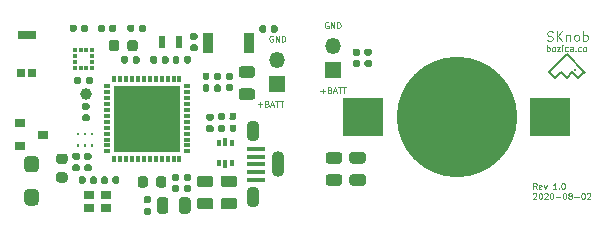
<source format=gbr>
%TF.GenerationSoftware,KiCad,Pcbnew,5.1.6-c6e7f7d~87~ubuntu18.04.1*%
%TF.CreationDate,2020-08-02T20:24:30+02:00*%
%TF.ProjectId,SKnob,534b6e6f-622e-46b6-9963-61645f706362,1.0*%
%TF.SameCoordinates,Original*%
%TF.FileFunction,Soldermask,Top*%
%TF.FilePolarity,Negative*%
%FSLAX46Y46*%
G04 Gerber Fmt 4.6, Leading zero omitted, Abs format (unit mm)*
G04 Created by KiCad (PCBNEW 5.1.6-c6e7f7d~87~ubuntu18.04.1) date 2020-08-02 20:24:30*
%MOMM*%
%LPD*%
G01*
G04 APERTURE LIST*
%ADD10C,0.100000*%
%ADD11C,0.150000*%
%ADD12R,0.600000X1.100000*%
%ADD13R,0.375000X0.500000*%
%ADD14R,0.300000X0.650000*%
%ADD15C,1.000000*%
%ADD16O,1.100000X2.200000*%
%ADD17O,1.100000X1.800000*%
%ADD18R,1.500000X0.450000*%
%ADD19R,0.900000X0.800000*%
%ADD20R,0.650000X0.800000*%
%ADD21R,1.600000X0.800000*%
%ADD22R,1.000000X1.000000*%
%ADD23R,0.304800X0.558800*%
%ADD24R,0.558800X0.304800*%
%ADD25R,5.588000X5.588000*%
%ADD26R,0.900000X1.700000*%
%ADD27R,0.410000X0.350000*%
%ADD28R,0.350000X0.410000*%
%ADD29O,1.350000X1.350000*%
%ADD30R,1.350000X1.350000*%
%ADD31C,10.200000*%
%ADD32R,3.500000X3.300000*%
G04 APERTURE END LIST*
D10*
X147769761Y-86601190D02*
X147603095Y-86363095D01*
X147484047Y-86601190D02*
X147484047Y-86101190D01*
X147674523Y-86101190D01*
X147722142Y-86125000D01*
X147745952Y-86148809D01*
X147769761Y-86196428D01*
X147769761Y-86267857D01*
X147745952Y-86315476D01*
X147722142Y-86339285D01*
X147674523Y-86363095D01*
X147484047Y-86363095D01*
X148174523Y-86577380D02*
X148126904Y-86601190D01*
X148031666Y-86601190D01*
X147984047Y-86577380D01*
X147960238Y-86529761D01*
X147960238Y-86339285D01*
X147984047Y-86291666D01*
X148031666Y-86267857D01*
X148126904Y-86267857D01*
X148174523Y-86291666D01*
X148198333Y-86339285D01*
X148198333Y-86386904D01*
X147960238Y-86434523D01*
X148365000Y-86267857D02*
X148484047Y-86601190D01*
X148603095Y-86267857D01*
X149436428Y-86601190D02*
X149150714Y-86601190D01*
X149293571Y-86601190D02*
X149293571Y-86101190D01*
X149245952Y-86172619D01*
X149198333Y-86220238D01*
X149150714Y-86244047D01*
X149650714Y-86553571D02*
X149674523Y-86577380D01*
X149650714Y-86601190D01*
X149626904Y-86577380D01*
X149650714Y-86553571D01*
X149650714Y-86601190D01*
X149984047Y-86101190D02*
X150031666Y-86101190D01*
X150079285Y-86125000D01*
X150103095Y-86148809D01*
X150126904Y-86196428D01*
X150150714Y-86291666D01*
X150150714Y-86410714D01*
X150126904Y-86505952D01*
X150103095Y-86553571D01*
X150079285Y-86577380D01*
X150031666Y-86601190D01*
X149984047Y-86601190D01*
X149936428Y-86577380D01*
X149912619Y-86553571D01*
X149888809Y-86505952D01*
X149865000Y-86410714D01*
X149865000Y-86291666D01*
X149888809Y-86196428D01*
X149912619Y-86148809D01*
X149936428Y-86125000D01*
X149984047Y-86101190D01*
X147460238Y-86998809D02*
X147484047Y-86975000D01*
X147531666Y-86951190D01*
X147650714Y-86951190D01*
X147698333Y-86975000D01*
X147722142Y-86998809D01*
X147745952Y-87046428D01*
X147745952Y-87094047D01*
X147722142Y-87165476D01*
X147436428Y-87451190D01*
X147745952Y-87451190D01*
X148055476Y-86951190D02*
X148103095Y-86951190D01*
X148150714Y-86975000D01*
X148174523Y-86998809D01*
X148198333Y-87046428D01*
X148222142Y-87141666D01*
X148222142Y-87260714D01*
X148198333Y-87355952D01*
X148174523Y-87403571D01*
X148150714Y-87427380D01*
X148103095Y-87451190D01*
X148055476Y-87451190D01*
X148007857Y-87427380D01*
X147984047Y-87403571D01*
X147960238Y-87355952D01*
X147936428Y-87260714D01*
X147936428Y-87141666D01*
X147960238Y-87046428D01*
X147984047Y-86998809D01*
X148007857Y-86975000D01*
X148055476Y-86951190D01*
X148412619Y-86998809D02*
X148436428Y-86975000D01*
X148484047Y-86951190D01*
X148603095Y-86951190D01*
X148650714Y-86975000D01*
X148674523Y-86998809D01*
X148698333Y-87046428D01*
X148698333Y-87094047D01*
X148674523Y-87165476D01*
X148388809Y-87451190D01*
X148698333Y-87451190D01*
X149007857Y-86951190D02*
X149055476Y-86951190D01*
X149103095Y-86975000D01*
X149126904Y-86998809D01*
X149150714Y-87046428D01*
X149174523Y-87141666D01*
X149174523Y-87260714D01*
X149150714Y-87355952D01*
X149126904Y-87403571D01*
X149103095Y-87427380D01*
X149055476Y-87451190D01*
X149007857Y-87451190D01*
X148960238Y-87427380D01*
X148936428Y-87403571D01*
X148912619Y-87355952D01*
X148888809Y-87260714D01*
X148888809Y-87141666D01*
X148912619Y-87046428D01*
X148936428Y-86998809D01*
X148960238Y-86975000D01*
X149007857Y-86951190D01*
X149388809Y-87260714D02*
X149769761Y-87260714D01*
X150103095Y-86951190D02*
X150150714Y-86951190D01*
X150198333Y-86975000D01*
X150222142Y-86998809D01*
X150245952Y-87046428D01*
X150269761Y-87141666D01*
X150269761Y-87260714D01*
X150245952Y-87355952D01*
X150222142Y-87403571D01*
X150198333Y-87427380D01*
X150150714Y-87451190D01*
X150103095Y-87451190D01*
X150055476Y-87427380D01*
X150031666Y-87403571D01*
X150007857Y-87355952D01*
X149984047Y-87260714D01*
X149984047Y-87141666D01*
X150007857Y-87046428D01*
X150031666Y-86998809D01*
X150055476Y-86975000D01*
X150103095Y-86951190D01*
X150555476Y-87165476D02*
X150507857Y-87141666D01*
X150484047Y-87117857D01*
X150460238Y-87070238D01*
X150460238Y-87046428D01*
X150484047Y-86998809D01*
X150507857Y-86975000D01*
X150555476Y-86951190D01*
X150650714Y-86951190D01*
X150698333Y-86975000D01*
X150722142Y-86998809D01*
X150745952Y-87046428D01*
X150745952Y-87070238D01*
X150722142Y-87117857D01*
X150698333Y-87141666D01*
X150650714Y-87165476D01*
X150555476Y-87165476D01*
X150507857Y-87189285D01*
X150484047Y-87213095D01*
X150460238Y-87260714D01*
X150460238Y-87355952D01*
X150484047Y-87403571D01*
X150507857Y-87427380D01*
X150555476Y-87451190D01*
X150650714Y-87451190D01*
X150698333Y-87427380D01*
X150722142Y-87403571D01*
X150745952Y-87355952D01*
X150745952Y-87260714D01*
X150722142Y-87213095D01*
X150698333Y-87189285D01*
X150650714Y-87165476D01*
X150960238Y-87260714D02*
X151341190Y-87260714D01*
X151674523Y-86951190D02*
X151722142Y-86951190D01*
X151769761Y-86975000D01*
X151793571Y-86998809D01*
X151817380Y-87046428D01*
X151841190Y-87141666D01*
X151841190Y-87260714D01*
X151817380Y-87355952D01*
X151793571Y-87403571D01*
X151769761Y-87427380D01*
X151722142Y-87451190D01*
X151674523Y-87451190D01*
X151626904Y-87427380D01*
X151603095Y-87403571D01*
X151579285Y-87355952D01*
X151555476Y-87260714D01*
X151555476Y-87141666D01*
X151579285Y-87046428D01*
X151603095Y-86998809D01*
X151626904Y-86975000D01*
X151674523Y-86951190D01*
X152031666Y-86998809D02*
X152055476Y-86975000D01*
X152103095Y-86951190D01*
X152222142Y-86951190D01*
X152269761Y-86975000D01*
X152293571Y-86998809D01*
X152317380Y-87046428D01*
X152317380Y-87094047D01*
X152293571Y-87165476D01*
X152007857Y-87451190D01*
X152317380Y-87451190D01*
X148634047Y-74926190D02*
X148634047Y-74426190D01*
X148634047Y-74616666D02*
X148681666Y-74592857D01*
X148776904Y-74592857D01*
X148824523Y-74616666D01*
X148848333Y-74640476D01*
X148872142Y-74688095D01*
X148872142Y-74830952D01*
X148848333Y-74878571D01*
X148824523Y-74902380D01*
X148776904Y-74926190D01*
X148681666Y-74926190D01*
X148634047Y-74902380D01*
X149157857Y-74926190D02*
X149110238Y-74902380D01*
X149086428Y-74878571D01*
X149062619Y-74830952D01*
X149062619Y-74688095D01*
X149086428Y-74640476D01*
X149110238Y-74616666D01*
X149157857Y-74592857D01*
X149229285Y-74592857D01*
X149276904Y-74616666D01*
X149300714Y-74640476D01*
X149324523Y-74688095D01*
X149324523Y-74830952D01*
X149300714Y-74878571D01*
X149276904Y-74902380D01*
X149229285Y-74926190D01*
X149157857Y-74926190D01*
X149491190Y-74592857D02*
X149753095Y-74592857D01*
X149491190Y-74926190D01*
X149753095Y-74926190D01*
X149943571Y-74926190D02*
X149943571Y-74592857D01*
X149943571Y-74426190D02*
X149919761Y-74450000D01*
X149943571Y-74473809D01*
X149967380Y-74450000D01*
X149943571Y-74426190D01*
X149943571Y-74473809D01*
X150395952Y-74902380D02*
X150348333Y-74926190D01*
X150253095Y-74926190D01*
X150205476Y-74902380D01*
X150181666Y-74878571D01*
X150157857Y-74830952D01*
X150157857Y-74688095D01*
X150181666Y-74640476D01*
X150205476Y-74616666D01*
X150253095Y-74592857D01*
X150348333Y-74592857D01*
X150395952Y-74616666D01*
X150824523Y-74926190D02*
X150824523Y-74664285D01*
X150800714Y-74616666D01*
X150753095Y-74592857D01*
X150657857Y-74592857D01*
X150610238Y-74616666D01*
X150824523Y-74902380D02*
X150776904Y-74926190D01*
X150657857Y-74926190D01*
X150610238Y-74902380D01*
X150586428Y-74854761D01*
X150586428Y-74807142D01*
X150610238Y-74759523D01*
X150657857Y-74735714D01*
X150776904Y-74735714D01*
X150824523Y-74711904D01*
X151062619Y-74878571D02*
X151086428Y-74902380D01*
X151062619Y-74926190D01*
X151038809Y-74902380D01*
X151062619Y-74878571D01*
X151062619Y-74926190D01*
X151515000Y-74902380D02*
X151467380Y-74926190D01*
X151372142Y-74926190D01*
X151324523Y-74902380D01*
X151300714Y-74878571D01*
X151276904Y-74830952D01*
X151276904Y-74688095D01*
X151300714Y-74640476D01*
X151324523Y-74616666D01*
X151372142Y-74592857D01*
X151467380Y-74592857D01*
X151515000Y-74616666D01*
X151800714Y-74926190D02*
X151753095Y-74902380D01*
X151729285Y-74878571D01*
X151705476Y-74830952D01*
X151705476Y-74688095D01*
X151729285Y-74640476D01*
X151753095Y-74616666D01*
X151800714Y-74592857D01*
X151872142Y-74592857D01*
X151919761Y-74616666D01*
X151943571Y-74640476D01*
X151967380Y-74688095D01*
X151967380Y-74830952D01*
X151943571Y-74878571D01*
X151919761Y-74902380D01*
X151872142Y-74926190D01*
X151800714Y-74926190D01*
X130119047Y-72500000D02*
X130071428Y-72476190D01*
X130000000Y-72476190D01*
X129928571Y-72500000D01*
X129880952Y-72547619D01*
X129857142Y-72595238D01*
X129833333Y-72690476D01*
X129833333Y-72761904D01*
X129857142Y-72857142D01*
X129880952Y-72904761D01*
X129928571Y-72952380D01*
X130000000Y-72976190D01*
X130047619Y-72976190D01*
X130119047Y-72952380D01*
X130142857Y-72928571D01*
X130142857Y-72761904D01*
X130047619Y-72761904D01*
X130357142Y-72976190D02*
X130357142Y-72476190D01*
X130642857Y-72976190D01*
X130642857Y-72476190D01*
X130880952Y-72976190D02*
X130880952Y-72476190D01*
X131000000Y-72476190D01*
X131071428Y-72500000D01*
X131119047Y-72547619D01*
X131142857Y-72595238D01*
X131166666Y-72690476D01*
X131166666Y-72761904D01*
X131142857Y-72857142D01*
X131119047Y-72904761D01*
X131071428Y-72952380D01*
X131000000Y-72976190D01*
X130880952Y-72976190D01*
X129464285Y-78285714D02*
X129845238Y-78285714D01*
X129654761Y-78476190D02*
X129654761Y-78095238D01*
X130250000Y-78214285D02*
X130321428Y-78238095D01*
X130345238Y-78261904D01*
X130369047Y-78309523D01*
X130369047Y-78380952D01*
X130345238Y-78428571D01*
X130321428Y-78452380D01*
X130273809Y-78476190D01*
X130083333Y-78476190D01*
X130083333Y-77976190D01*
X130250000Y-77976190D01*
X130297619Y-78000000D01*
X130321428Y-78023809D01*
X130345238Y-78071428D01*
X130345238Y-78119047D01*
X130321428Y-78166666D01*
X130297619Y-78190476D01*
X130250000Y-78214285D01*
X130083333Y-78214285D01*
X130559523Y-78333333D02*
X130797619Y-78333333D01*
X130511904Y-78476190D02*
X130678571Y-77976190D01*
X130845238Y-78476190D01*
X130940476Y-77976190D02*
X131226190Y-77976190D01*
X131083333Y-78476190D02*
X131083333Y-77976190D01*
X131321428Y-77976190D02*
X131607142Y-77976190D01*
X131464285Y-78476190D02*
X131464285Y-77976190D01*
X124164285Y-79435714D02*
X124545238Y-79435714D01*
X124354761Y-79626190D02*
X124354761Y-79245238D01*
X124950000Y-79364285D02*
X125021428Y-79388095D01*
X125045238Y-79411904D01*
X125069047Y-79459523D01*
X125069047Y-79530952D01*
X125045238Y-79578571D01*
X125021428Y-79602380D01*
X124973809Y-79626190D01*
X124783333Y-79626190D01*
X124783333Y-79126190D01*
X124950000Y-79126190D01*
X124997619Y-79150000D01*
X125021428Y-79173809D01*
X125045238Y-79221428D01*
X125045238Y-79269047D01*
X125021428Y-79316666D01*
X124997619Y-79340476D01*
X124950000Y-79364285D01*
X124783333Y-79364285D01*
X125259523Y-79483333D02*
X125497619Y-79483333D01*
X125211904Y-79626190D02*
X125378571Y-79126190D01*
X125545238Y-79626190D01*
X125640476Y-79126190D02*
X125926190Y-79126190D01*
X125783333Y-79626190D02*
X125783333Y-79126190D01*
X126021428Y-79126190D02*
X126307142Y-79126190D01*
X126164285Y-79626190D02*
X126164285Y-79126190D01*
X125419047Y-73650000D02*
X125371428Y-73626190D01*
X125300000Y-73626190D01*
X125228571Y-73650000D01*
X125180952Y-73697619D01*
X125157142Y-73745238D01*
X125133333Y-73840476D01*
X125133333Y-73911904D01*
X125157142Y-74007142D01*
X125180952Y-74054761D01*
X125228571Y-74102380D01*
X125300000Y-74126190D01*
X125347619Y-74126190D01*
X125419047Y-74102380D01*
X125442857Y-74078571D01*
X125442857Y-73911904D01*
X125347619Y-73911904D01*
X125657142Y-74126190D02*
X125657142Y-73626190D01*
X125942857Y-74126190D01*
X125942857Y-73626190D01*
X126180952Y-74126190D02*
X126180952Y-73626190D01*
X126300000Y-73626190D01*
X126371428Y-73650000D01*
X126419047Y-73697619D01*
X126442857Y-73745238D01*
X126466666Y-73840476D01*
X126466666Y-73911904D01*
X126442857Y-74007142D01*
X126419047Y-74054761D01*
X126371428Y-74102380D01*
X126300000Y-74126190D01*
X126180952Y-74126190D01*
X148667380Y-74023809D02*
X148781666Y-74061904D01*
X148972142Y-74061904D01*
X149048333Y-74023809D01*
X149086428Y-73985714D01*
X149124523Y-73909523D01*
X149124523Y-73833333D01*
X149086428Y-73757142D01*
X149048333Y-73719047D01*
X148972142Y-73680952D01*
X148819761Y-73642857D01*
X148743571Y-73604761D01*
X148705476Y-73566666D01*
X148667380Y-73490476D01*
X148667380Y-73414285D01*
X148705476Y-73338095D01*
X148743571Y-73300000D01*
X148819761Y-73261904D01*
X149010238Y-73261904D01*
X149124523Y-73300000D01*
X149467380Y-74061904D02*
X149467380Y-73261904D01*
X149924523Y-74061904D02*
X149581666Y-73604761D01*
X149924523Y-73261904D02*
X149467380Y-73719047D01*
X150267380Y-73528571D02*
X150267380Y-74061904D01*
X150267380Y-73604761D02*
X150305476Y-73566666D01*
X150381666Y-73528571D01*
X150495952Y-73528571D01*
X150572142Y-73566666D01*
X150610238Y-73642857D01*
X150610238Y-74061904D01*
X151105476Y-74061904D02*
X151029285Y-74023809D01*
X150991190Y-73985714D01*
X150953095Y-73909523D01*
X150953095Y-73680952D01*
X150991190Y-73604761D01*
X151029285Y-73566666D01*
X151105476Y-73528571D01*
X151219761Y-73528571D01*
X151295952Y-73566666D01*
X151334047Y-73604761D01*
X151372142Y-73680952D01*
X151372142Y-73909523D01*
X151334047Y-73985714D01*
X151295952Y-74023809D01*
X151219761Y-74061904D01*
X151105476Y-74061904D01*
X151715000Y-74061904D02*
X151715000Y-73261904D01*
X151715000Y-73566666D02*
X151791190Y-73528571D01*
X151943571Y-73528571D01*
X152019761Y-73566666D01*
X152057857Y-73604761D01*
X152095952Y-73680952D01*
X152095952Y-73909523D01*
X152057857Y-73985714D01*
X152019761Y-74023809D01*
X151943571Y-74061904D01*
X151791190Y-74061904D01*
X151715000Y-74023809D01*
%TO.C,BATT1*%
X139733333Y-80964285D02*
X139804761Y-80988095D01*
X139828571Y-81011904D01*
X139852380Y-81059523D01*
X139852380Y-81130952D01*
X139828571Y-81178571D01*
X139804761Y-81202380D01*
X139757142Y-81226190D01*
X139566666Y-81226190D01*
X139566666Y-80726190D01*
X139733333Y-80726190D01*
X139780952Y-80750000D01*
X139804761Y-80773809D01*
X139828571Y-80821428D01*
X139828571Y-80869047D01*
X139804761Y-80916666D01*
X139780952Y-80940476D01*
X139733333Y-80964285D01*
X139566666Y-80964285D01*
X140352380Y-81226190D02*
X140185714Y-80988095D01*
X140066666Y-81226190D02*
X140066666Y-80726190D01*
X140257142Y-80726190D01*
X140304761Y-80750000D01*
X140328571Y-80773809D01*
X140352380Y-80821428D01*
X140352380Y-80892857D01*
X140328571Y-80940476D01*
X140304761Y-80964285D01*
X140257142Y-80988095D01*
X140066666Y-80988095D01*
X140828571Y-81226190D02*
X140542857Y-81226190D01*
X140685714Y-81226190D02*
X140685714Y-80726190D01*
X140638095Y-80797619D01*
X140590476Y-80845238D01*
X140542857Y-80869047D01*
X141019047Y-80773809D02*
X141042857Y-80750000D01*
X141090476Y-80726190D01*
X141209523Y-80726190D01*
X141257142Y-80750000D01*
X141280952Y-80773809D01*
X141304761Y-80821428D01*
X141304761Y-80869047D01*
X141280952Y-80940476D01*
X140995238Y-81226190D01*
X141304761Y-81226190D01*
X141495238Y-80773809D02*
X141519047Y-80750000D01*
X141566666Y-80726190D01*
X141685714Y-80726190D01*
X141733333Y-80750000D01*
X141757142Y-80773809D01*
X141780952Y-80821428D01*
X141780952Y-80869047D01*
X141757142Y-80940476D01*
X141471428Y-81226190D01*
X141780952Y-81226190D01*
X142233333Y-80726190D02*
X141995238Y-80726190D01*
X141971428Y-80964285D01*
X141995238Y-80940476D01*
X142042857Y-80916666D01*
X142161904Y-80916666D01*
X142209523Y-80940476D01*
X142233333Y-80964285D01*
X142257142Y-81011904D01*
X142257142Y-81130952D01*
X142233333Y-81178571D01*
X142209523Y-81202380D01*
X142161904Y-81226190D01*
X142042857Y-81226190D01*
X141995238Y-81202380D01*
X141971428Y-81178571D01*
X139733333Y-79564285D02*
X139804761Y-79588095D01*
X139828571Y-79611904D01*
X139852380Y-79659523D01*
X139852380Y-79730952D01*
X139828571Y-79778571D01*
X139804761Y-79802380D01*
X139757142Y-79826190D01*
X139566666Y-79826190D01*
X139566666Y-79326190D01*
X139733333Y-79326190D01*
X139780952Y-79350000D01*
X139804761Y-79373809D01*
X139828571Y-79421428D01*
X139828571Y-79469047D01*
X139804761Y-79516666D01*
X139780952Y-79540476D01*
X139733333Y-79564285D01*
X139566666Y-79564285D01*
X140352380Y-79826190D02*
X140185714Y-79588095D01*
X140066666Y-79826190D02*
X140066666Y-79326190D01*
X140257142Y-79326190D01*
X140304761Y-79350000D01*
X140328571Y-79373809D01*
X140352380Y-79421428D01*
X140352380Y-79492857D01*
X140328571Y-79540476D01*
X140304761Y-79564285D01*
X140257142Y-79588095D01*
X140066666Y-79588095D01*
X140828571Y-79826190D02*
X140542857Y-79826190D01*
X140685714Y-79826190D02*
X140685714Y-79326190D01*
X140638095Y-79397619D01*
X140590476Y-79445238D01*
X140542857Y-79469047D01*
X141019047Y-79373809D02*
X141042857Y-79350000D01*
X141090476Y-79326190D01*
X141209523Y-79326190D01*
X141257142Y-79350000D01*
X141280952Y-79373809D01*
X141304761Y-79421428D01*
X141304761Y-79469047D01*
X141280952Y-79540476D01*
X140995238Y-79826190D01*
X141304761Y-79826190D01*
X141780952Y-79826190D02*
X141495238Y-79826190D01*
X141638095Y-79826190D02*
X141638095Y-79326190D01*
X141590476Y-79397619D01*
X141542857Y-79445238D01*
X141495238Y-79469047D01*
X142209523Y-79326190D02*
X142114285Y-79326190D01*
X142066666Y-79350000D01*
X142042857Y-79373809D01*
X141995238Y-79445238D01*
X141971428Y-79540476D01*
X141971428Y-79730952D01*
X141995238Y-79778571D01*
X142019047Y-79802380D01*
X142066666Y-79826190D01*
X142161904Y-79826190D01*
X142209523Y-79802380D01*
X142233333Y-79778571D01*
X142257142Y-79730952D01*
X142257142Y-79611904D01*
X142233333Y-79564285D01*
X142209523Y-79540476D01*
X142161904Y-79516666D01*
X142066666Y-79516666D01*
X142019047Y-79540476D01*
X141995238Y-79564285D01*
X141971428Y-79611904D01*
X139733333Y-80264285D02*
X139804761Y-80288095D01*
X139828571Y-80311904D01*
X139852380Y-80359523D01*
X139852380Y-80430952D01*
X139828571Y-80478571D01*
X139804761Y-80502380D01*
X139757142Y-80526190D01*
X139566666Y-80526190D01*
X139566666Y-80026190D01*
X139733333Y-80026190D01*
X139780952Y-80050000D01*
X139804761Y-80073809D01*
X139828571Y-80121428D01*
X139828571Y-80169047D01*
X139804761Y-80216666D01*
X139780952Y-80240476D01*
X139733333Y-80264285D01*
X139566666Y-80264285D01*
X140352380Y-80526190D02*
X140185714Y-80288095D01*
X140066666Y-80526190D02*
X140066666Y-80026190D01*
X140257142Y-80026190D01*
X140304761Y-80050000D01*
X140328571Y-80073809D01*
X140352380Y-80121428D01*
X140352380Y-80192857D01*
X140328571Y-80240476D01*
X140304761Y-80264285D01*
X140257142Y-80288095D01*
X140066666Y-80288095D01*
X140828571Y-80526190D02*
X140542857Y-80526190D01*
X140685714Y-80526190D02*
X140685714Y-80026190D01*
X140638095Y-80097619D01*
X140590476Y-80145238D01*
X140542857Y-80169047D01*
X141019047Y-80073809D02*
X141042857Y-80050000D01*
X141090476Y-80026190D01*
X141209523Y-80026190D01*
X141257142Y-80050000D01*
X141280952Y-80073809D01*
X141304761Y-80121428D01*
X141304761Y-80169047D01*
X141280952Y-80240476D01*
X140995238Y-80526190D01*
X141304761Y-80526190D01*
X141495238Y-80073809D02*
X141519047Y-80050000D01*
X141566666Y-80026190D01*
X141685714Y-80026190D01*
X141733333Y-80050000D01*
X141757142Y-80073809D01*
X141780952Y-80121428D01*
X141780952Y-80169047D01*
X141757142Y-80240476D01*
X141471428Y-80526190D01*
X141780952Y-80526190D01*
X142090476Y-80026190D02*
X142138095Y-80026190D01*
X142185714Y-80050000D01*
X142209523Y-80073809D01*
X142233333Y-80121428D01*
X142257142Y-80216666D01*
X142257142Y-80335714D01*
X142233333Y-80430952D01*
X142209523Y-80478571D01*
X142185714Y-80502380D01*
X142138095Y-80526190D01*
X142090476Y-80526190D01*
X142042857Y-80502380D01*
X142019047Y-80478571D01*
X141995238Y-80430952D01*
X141971428Y-80335714D01*
X141971428Y-80216666D01*
X141995238Y-80121428D01*
X142019047Y-80073809D01*
X142042857Y-80050000D01*
X142090476Y-80026190D01*
D11*
%TO.C,T2*%
X151800000Y-76700000D02*
X151900000Y-76800000D01*
X151000000Y-76500000D02*
X151100000Y-76400000D01*
X151800000Y-76700000D02*
X150300000Y-75200000D01*
X151300000Y-77200000D02*
X151800000Y-76700000D01*
X150800000Y-76700000D02*
X151300000Y-77200000D01*
X150300000Y-77200000D02*
X150800000Y-76700000D01*
X149800000Y-76700000D02*
X150300000Y-77200000D01*
X149300000Y-77200000D02*
X149800000Y-76700000D01*
X148800000Y-76700000D02*
X149300000Y-77200000D01*
X150300000Y-75200000D02*
X148800000Y-76700000D01*
%TD*%
D12*
%TO.C,Y2*%
X117475000Y-74175000D03*
X116075000Y-74175000D03*
%TD*%
%TO.C,C15*%
G36*
G01*
X119243750Y-87350000D02*
X120156250Y-87350000D01*
G75*
G02*
X120400000Y-87593750I0J-243750D01*
G01*
X120400000Y-88081250D01*
G75*
G02*
X120156250Y-88325000I-243750J0D01*
G01*
X119243750Y-88325000D01*
G75*
G02*
X119000000Y-88081250I0J243750D01*
G01*
X119000000Y-87593750D01*
G75*
G02*
X119243750Y-87350000I243750J0D01*
G01*
G37*
G36*
G01*
X119243750Y-85475000D02*
X120156250Y-85475000D01*
G75*
G02*
X120400000Y-85718750I0J-243750D01*
G01*
X120400000Y-86206250D01*
G75*
G02*
X120156250Y-86450000I-243750J0D01*
G01*
X119243750Y-86450000D01*
G75*
G02*
X119000000Y-86206250I0J243750D01*
G01*
X119000000Y-85718750D01*
G75*
G02*
X119243750Y-85475000I243750J0D01*
G01*
G37*
%TD*%
D13*
%TO.C,U3*%
X121949500Y-84416000D03*
X120874500Y-84416000D03*
D14*
X121412000Y-82641000D03*
X121412000Y-84491000D03*
D13*
X120874500Y-82716000D03*
X121949500Y-82716000D03*
%TD*%
D15*
%TO.C,TP1*%
X109650000Y-78550000D03*
%TD*%
D16*
%TO.C,J1*%
X125875000Y-84500000D03*
D17*
X123725000Y-81700000D03*
X123725000Y-87300000D03*
D18*
X123975000Y-85800000D03*
X123975000Y-83200000D03*
X123975000Y-85150000D03*
X123975000Y-83850000D03*
X123975000Y-84500000D03*
%TD*%
D19*
%TO.C,Q1*%
X106000000Y-82000000D03*
X104000000Y-82950000D03*
X104000000Y-81050000D03*
%TD*%
%TO.C,BZ1*%
G36*
G01*
X104400000Y-87700000D02*
X104400000Y-86900000D01*
G75*
G02*
X104700000Y-86600000I300000J0D01*
G01*
X105300000Y-86600000D01*
G75*
G02*
X105600000Y-86900000I0J-300000D01*
G01*
X105600000Y-87700000D01*
G75*
G02*
X105300000Y-88000000I-300000J0D01*
G01*
X104700000Y-88000000D01*
G75*
G02*
X104400000Y-87700000I0J300000D01*
G01*
G37*
G36*
G01*
X104400000Y-84900000D02*
X104400000Y-84100000D01*
G75*
G02*
X104700000Y-83800000I300000J0D01*
G01*
X105300000Y-83800000D01*
G75*
G02*
X105600000Y-84100000I0J-300000D01*
G01*
X105600000Y-84900000D01*
G75*
G02*
X105300000Y-85200000I-300000J0D01*
G01*
X104700000Y-85200000D01*
G75*
G02*
X104400000Y-84900000I0J300000D01*
G01*
G37*
%TD*%
%TO.C,Y1*%
X111270000Y-88210000D03*
X109870000Y-88210000D03*
X109870000Y-87110000D03*
X111270000Y-87110000D03*
%TD*%
D20*
%TO.C,ANT1*%
X104125000Y-76800000D03*
X105075000Y-76800000D03*
D21*
X104600000Y-73600000D03*
%TD*%
D22*
%TO.C,U1*%
X114020000Y-82910000D03*
X114020000Y-81410000D03*
X114020000Y-79910000D03*
X112520000Y-82910000D03*
X112520000Y-81410000D03*
X112520000Y-79910000D03*
X112520000Y-78410000D03*
X114020000Y-78410000D03*
X115520000Y-78410000D03*
X115520000Y-79910000D03*
X115520000Y-81410000D03*
X115520000Y-82910000D03*
X117020000Y-82910000D03*
X117020000Y-81410000D03*
X117020000Y-79910000D03*
X117020000Y-78410000D03*
D23*
X117520693Y-77285000D03*
X117020567Y-77285000D03*
X116520441Y-77285000D03*
X116020315Y-77285000D03*
X115520189Y-77285000D03*
X115020063Y-77285000D03*
X114519937Y-77285000D03*
X114019811Y-77285000D03*
X113519685Y-77285000D03*
X113019559Y-77285000D03*
X112519433Y-77285000D03*
X112019307Y-77285000D03*
D24*
X111395000Y-77909307D03*
X111395000Y-78409433D03*
X111395000Y-78909559D03*
X111395000Y-79409685D03*
X111395000Y-79909811D03*
X111395000Y-80409937D03*
X111395000Y-80910063D03*
X111395000Y-81410189D03*
X111395000Y-81910315D03*
X111395000Y-82410441D03*
X111395000Y-82910567D03*
X111395000Y-83410693D03*
D23*
X112019307Y-84035000D03*
X112519433Y-84035000D03*
X113019559Y-84035000D03*
X113519685Y-84035000D03*
X114019811Y-84035000D03*
X114519937Y-84035000D03*
X115020063Y-84035000D03*
X115520189Y-84035000D03*
X116020315Y-84035000D03*
X116520441Y-84035000D03*
X117020567Y-84035000D03*
X117520693Y-84035000D03*
D24*
X118145000Y-83410693D03*
X118145000Y-82910567D03*
X118145000Y-82410441D03*
X118145000Y-81910315D03*
X118145000Y-81410189D03*
X118145000Y-80910063D03*
X118145000Y-80409937D03*
X118145000Y-79909811D03*
X118145000Y-79409685D03*
X118145000Y-78909559D03*
X118145000Y-78409433D03*
X118145000Y-77909307D03*
D25*
X114770000Y-80660000D03*
%TD*%
D26*
%TO.C,SW1*%
X123375000Y-74250000D03*
X119975000Y-74250000D03*
%TD*%
%TO.C,FLT1*%
G36*
G01*
X110067000Y-82820000D02*
X110167000Y-82820000D01*
G75*
G02*
X110217000Y-82870000I0J-50000D01*
G01*
X110217000Y-82970000D01*
G75*
G02*
X110167000Y-83020000I-50000J0D01*
G01*
X110067000Y-83020000D01*
G75*
G02*
X110017000Y-82970000I0J50000D01*
G01*
X110017000Y-82870000D01*
G75*
G02*
X110067000Y-82820000I50000J0D01*
G01*
G37*
G36*
G01*
X109480000Y-82820000D02*
X109580000Y-82820000D01*
G75*
G02*
X109630000Y-82870000I0J-50000D01*
G01*
X109630000Y-82970000D01*
G75*
G02*
X109580000Y-83020000I-50000J0D01*
G01*
X109480000Y-83020000D01*
G75*
G02*
X109430000Y-82970000I0J50000D01*
G01*
X109430000Y-82870000D01*
G75*
G02*
X109480000Y-82820000I50000J0D01*
G01*
G37*
G36*
G01*
X108893000Y-82820000D02*
X108993000Y-82820000D01*
G75*
G02*
X109043000Y-82870000I0J-50000D01*
G01*
X109043000Y-82970000D01*
G75*
G02*
X108993000Y-83020000I-50000J0D01*
G01*
X108893000Y-83020000D01*
G75*
G02*
X108843000Y-82970000I0J50000D01*
G01*
X108843000Y-82870000D01*
G75*
G02*
X108893000Y-82820000I50000J0D01*
G01*
G37*
G36*
G01*
X108893000Y-81820000D02*
X108993000Y-81820000D01*
G75*
G02*
X109043000Y-81870000I0J-50000D01*
G01*
X109043000Y-81970000D01*
G75*
G02*
X108993000Y-82020000I-50000J0D01*
G01*
X108893000Y-82020000D01*
G75*
G02*
X108843000Y-81970000I0J50000D01*
G01*
X108843000Y-81870000D01*
G75*
G02*
X108893000Y-81820000I50000J0D01*
G01*
G37*
G36*
G01*
X109480000Y-81820000D02*
X109580000Y-81820000D01*
G75*
G02*
X109630000Y-81870000I0J-50000D01*
G01*
X109630000Y-81970000D01*
G75*
G02*
X109580000Y-82020000I-50000J0D01*
G01*
X109480000Y-82020000D01*
G75*
G02*
X109430000Y-81970000I0J50000D01*
G01*
X109430000Y-81870000D01*
G75*
G02*
X109480000Y-81820000I50000J0D01*
G01*
G37*
G36*
G01*
X110067000Y-81820000D02*
X110167000Y-81820000D01*
G75*
G02*
X110217000Y-81870000I0J-50000D01*
G01*
X110217000Y-81970000D01*
G75*
G02*
X110167000Y-82020000I-50000J0D01*
G01*
X110067000Y-82020000D01*
G75*
G02*
X110017000Y-81970000I0J50000D01*
G01*
X110017000Y-81870000D01*
G75*
G02*
X110067000Y-81820000I50000J0D01*
G01*
G37*
%TD*%
D27*
%TO.C,U2*%
X110150000Y-75350000D03*
X110150000Y-75850000D03*
D28*
X110150000Y-76350000D03*
X109650000Y-76350000D03*
X109150000Y-76350000D03*
X108650000Y-76350000D03*
D27*
X108650000Y-75850000D03*
X108650000Y-75350000D03*
D28*
X108650000Y-74850000D03*
X109150000Y-74850000D03*
X109650000Y-74850000D03*
X110150000Y-74850000D03*
%TD*%
%TO.C,R5*%
G36*
G01*
X114972500Y-88780000D02*
X114627500Y-88780000D01*
G75*
G02*
X114480000Y-88632500I0J147500D01*
G01*
X114480000Y-88337500D01*
G75*
G02*
X114627500Y-88190000I147500J0D01*
G01*
X114972500Y-88190000D01*
G75*
G02*
X115120000Y-88337500I0J-147500D01*
G01*
X115120000Y-88632500D01*
G75*
G02*
X114972500Y-88780000I-147500J0D01*
G01*
G37*
G36*
G01*
X114972500Y-87810000D02*
X114627500Y-87810000D01*
G75*
G02*
X114480000Y-87662500I0J147500D01*
G01*
X114480000Y-87367500D01*
G75*
G02*
X114627500Y-87220000I147500J0D01*
G01*
X114972500Y-87220000D01*
G75*
G02*
X115120000Y-87367500I0J-147500D01*
G01*
X115120000Y-87662500D01*
G75*
G02*
X114972500Y-87810000I-147500J0D01*
G01*
G37*
%TD*%
%TO.C,L4*%
G36*
G01*
X115550000Y-86256250D02*
X115550000Y-85743750D01*
G75*
G02*
X115768750Y-85525000I218750J0D01*
G01*
X116206250Y-85525000D01*
G75*
G02*
X116425000Y-85743750I0J-218750D01*
G01*
X116425000Y-86256250D01*
G75*
G02*
X116206250Y-86475000I-218750J0D01*
G01*
X115768750Y-86475000D01*
G75*
G02*
X115550000Y-86256250I0J218750D01*
G01*
G37*
G36*
G01*
X113975000Y-86256250D02*
X113975000Y-85743750D01*
G75*
G02*
X114193750Y-85525000I218750J0D01*
G01*
X114631250Y-85525000D01*
G75*
G02*
X114850000Y-85743750I0J-218750D01*
G01*
X114850000Y-86256250D01*
G75*
G02*
X114631250Y-86475000I-218750J0D01*
G01*
X114193750Y-86475000D01*
G75*
G02*
X113975000Y-86256250I0J218750D01*
G01*
G37*
%TD*%
%TO.C,D1*%
G36*
G01*
X124885000Y-72877500D02*
X124885000Y-73222500D01*
G75*
G02*
X124737500Y-73370000I-147500J0D01*
G01*
X124442500Y-73370000D01*
G75*
G02*
X124295000Y-73222500I0J147500D01*
G01*
X124295000Y-72877500D01*
G75*
G02*
X124442500Y-72730000I147500J0D01*
G01*
X124737500Y-72730000D01*
G75*
G02*
X124885000Y-72877500I0J-147500D01*
G01*
G37*
G36*
G01*
X125855000Y-72877500D02*
X125855000Y-73222500D01*
G75*
G02*
X125707500Y-73370000I-147500J0D01*
G01*
X125412500Y-73370000D01*
G75*
G02*
X125265000Y-73222500I0J147500D01*
G01*
X125265000Y-72877500D01*
G75*
G02*
X125412500Y-72730000I147500J0D01*
G01*
X125707500Y-72730000D01*
G75*
G02*
X125855000Y-72877500I0J-147500D01*
G01*
G37*
%TD*%
%TO.C,C23*%
G36*
G01*
X118577500Y-74365000D02*
X118922500Y-74365000D01*
G75*
G02*
X119070000Y-74512500I0J-147500D01*
G01*
X119070000Y-74807500D01*
G75*
G02*
X118922500Y-74955000I-147500J0D01*
G01*
X118577500Y-74955000D01*
G75*
G02*
X118430000Y-74807500I0J147500D01*
G01*
X118430000Y-74512500D01*
G75*
G02*
X118577500Y-74365000I147500J0D01*
G01*
G37*
G36*
G01*
X118577500Y-73395000D02*
X118922500Y-73395000D01*
G75*
G02*
X119070000Y-73542500I0J-147500D01*
G01*
X119070000Y-73837500D01*
G75*
G02*
X118922500Y-73985000I-147500J0D01*
G01*
X118577500Y-73985000D01*
G75*
G02*
X118430000Y-73837500I0J147500D01*
G01*
X118430000Y-73542500D01*
G75*
G02*
X118577500Y-73395000I147500J0D01*
G01*
G37*
%TD*%
%TO.C,R3*%
G36*
G01*
X112180000Y-72827500D02*
X112180000Y-73172500D01*
G75*
G02*
X112032500Y-73320000I-147500J0D01*
G01*
X111737500Y-73320000D01*
G75*
G02*
X111590000Y-73172500I0J147500D01*
G01*
X111590000Y-72827500D01*
G75*
G02*
X111737500Y-72680000I147500J0D01*
G01*
X112032500Y-72680000D01*
G75*
G02*
X112180000Y-72827500I0J-147500D01*
G01*
G37*
G36*
G01*
X111210000Y-72827500D02*
X111210000Y-73172500D01*
G75*
G02*
X111062500Y-73320000I-147500J0D01*
G01*
X110767500Y-73320000D01*
G75*
G02*
X110620000Y-73172500I0J147500D01*
G01*
X110620000Y-72827500D01*
G75*
G02*
X110767500Y-72680000I147500J0D01*
G01*
X111062500Y-72680000D01*
G75*
G02*
X111210000Y-72827500I0J-147500D01*
G01*
G37*
%TD*%
D29*
%TO.C,J3*%
X130500000Y-74500000D03*
D30*
X130500000Y-76500000D03*
%TD*%
D29*
%TO.C,J2*%
X125750000Y-75700000D03*
D30*
X125750000Y-77700000D03*
%TD*%
%TO.C,C27*%
G36*
G01*
X109210000Y-77227500D02*
X109210000Y-77572500D01*
G75*
G02*
X109062500Y-77720000I-147500J0D01*
G01*
X108767500Y-77720000D01*
G75*
G02*
X108620000Y-77572500I0J147500D01*
G01*
X108620000Y-77227500D01*
G75*
G02*
X108767500Y-77080000I147500J0D01*
G01*
X109062500Y-77080000D01*
G75*
G02*
X109210000Y-77227500I0J-147500D01*
G01*
G37*
G36*
G01*
X110180000Y-77227500D02*
X110180000Y-77572500D01*
G75*
G02*
X110032500Y-77720000I-147500J0D01*
G01*
X109737500Y-77720000D01*
G75*
G02*
X109590000Y-77572500I0J147500D01*
G01*
X109590000Y-77227500D01*
G75*
G02*
X109737500Y-77080000I147500J0D01*
G01*
X110032500Y-77080000D01*
G75*
G02*
X110180000Y-77227500I0J-147500D01*
G01*
G37*
%TD*%
%TO.C,R4*%
G36*
G01*
X108810000Y-72827500D02*
X108810000Y-73172500D01*
G75*
G02*
X108662500Y-73320000I-147500J0D01*
G01*
X108367500Y-73320000D01*
G75*
G02*
X108220000Y-73172500I0J147500D01*
G01*
X108220000Y-72827500D01*
G75*
G02*
X108367500Y-72680000I147500J0D01*
G01*
X108662500Y-72680000D01*
G75*
G02*
X108810000Y-72827500I0J-147500D01*
G01*
G37*
G36*
G01*
X109780000Y-72827500D02*
X109780000Y-73172500D01*
G75*
G02*
X109632500Y-73320000I-147500J0D01*
G01*
X109337500Y-73320000D01*
G75*
G02*
X109190000Y-73172500I0J147500D01*
G01*
X109190000Y-72827500D01*
G75*
G02*
X109337500Y-72680000I147500J0D01*
G01*
X109632500Y-72680000D01*
G75*
G02*
X109780000Y-72827500I0J-147500D01*
G01*
G37*
%TD*%
D31*
%TO.C,BT1*%
X141000000Y-80500000D03*
D32*
X148900000Y-80500000D03*
X133100000Y-80500000D03*
%TD*%
%TO.C,C26*%
G36*
G01*
X132143750Y-85350000D02*
X133056250Y-85350000D01*
G75*
G02*
X133300000Y-85593750I0J-243750D01*
G01*
X133300000Y-86081250D01*
G75*
G02*
X133056250Y-86325000I-243750J0D01*
G01*
X132143750Y-86325000D01*
G75*
G02*
X131900000Y-86081250I0J243750D01*
G01*
X131900000Y-85593750D01*
G75*
G02*
X132143750Y-85350000I243750J0D01*
G01*
G37*
G36*
G01*
X132143750Y-83475000D02*
X133056250Y-83475000D01*
G75*
G02*
X133300000Y-83718750I0J-243750D01*
G01*
X133300000Y-84206250D01*
G75*
G02*
X133056250Y-84450000I-243750J0D01*
G01*
X132143750Y-84450000D01*
G75*
G02*
X131900000Y-84206250I0J243750D01*
G01*
X131900000Y-83718750D01*
G75*
G02*
X132143750Y-83475000I243750J0D01*
G01*
G37*
%TD*%
%TO.C,C25*%
G36*
G01*
X130143750Y-85350000D02*
X131056250Y-85350000D01*
G75*
G02*
X131300000Y-85593750I0J-243750D01*
G01*
X131300000Y-86081250D01*
G75*
G02*
X131056250Y-86325000I-243750J0D01*
G01*
X130143750Y-86325000D01*
G75*
G02*
X129900000Y-86081250I0J243750D01*
G01*
X129900000Y-85593750D01*
G75*
G02*
X130143750Y-85350000I243750J0D01*
G01*
G37*
G36*
G01*
X130143750Y-83475000D02*
X131056250Y-83475000D01*
G75*
G02*
X131300000Y-83718750I0J-243750D01*
G01*
X131300000Y-84206250D01*
G75*
G02*
X131056250Y-84450000I-243750J0D01*
G01*
X130143750Y-84450000D01*
G75*
G02*
X129900000Y-84206250I0J243750D01*
G01*
X129900000Y-83718750D01*
G75*
G02*
X130143750Y-83475000I243750J0D01*
G01*
G37*
%TD*%
%TO.C,C24*%
G36*
G01*
X132672500Y-75310000D02*
X132327500Y-75310000D01*
G75*
G02*
X132180000Y-75162500I0J147500D01*
G01*
X132180000Y-74867500D01*
G75*
G02*
X132327500Y-74720000I147500J0D01*
G01*
X132672500Y-74720000D01*
G75*
G02*
X132820000Y-74867500I0J-147500D01*
G01*
X132820000Y-75162500D01*
G75*
G02*
X132672500Y-75310000I-147500J0D01*
G01*
G37*
G36*
G01*
X132672500Y-76280000D02*
X132327500Y-76280000D01*
G75*
G02*
X132180000Y-76132500I0J147500D01*
G01*
X132180000Y-75837500D01*
G75*
G02*
X132327500Y-75690000I147500J0D01*
G01*
X132672500Y-75690000D01*
G75*
G02*
X132820000Y-75837500I0J-147500D01*
G01*
X132820000Y-76132500D01*
G75*
G02*
X132672500Y-76280000I-147500J0D01*
G01*
G37*
%TD*%
%TO.C,C22*%
G36*
G01*
X133672500Y-75310000D02*
X133327500Y-75310000D01*
G75*
G02*
X133180000Y-75162500I0J147500D01*
G01*
X133180000Y-74867500D01*
G75*
G02*
X133327500Y-74720000I147500J0D01*
G01*
X133672500Y-74720000D01*
G75*
G02*
X133820000Y-74867500I0J-147500D01*
G01*
X133820000Y-75162500D01*
G75*
G02*
X133672500Y-75310000I-147500J0D01*
G01*
G37*
G36*
G01*
X133672500Y-76280000D02*
X133327500Y-76280000D01*
G75*
G02*
X133180000Y-76132500I0J147500D01*
G01*
X133180000Y-75837500D01*
G75*
G02*
X133327500Y-75690000I147500J0D01*
G01*
X133672500Y-75690000D01*
G75*
G02*
X133820000Y-75837500I0J-147500D01*
G01*
X133820000Y-76132500D01*
G75*
G02*
X133672500Y-76280000I-147500J0D01*
G01*
G37*
%TD*%
%TO.C,R2*%
G36*
G01*
X114090000Y-73172500D02*
X114090000Y-72827500D01*
G75*
G02*
X114237500Y-72680000I147500J0D01*
G01*
X114532500Y-72680000D01*
G75*
G02*
X114680000Y-72827500I0J-147500D01*
G01*
X114680000Y-73172500D01*
G75*
G02*
X114532500Y-73320000I-147500J0D01*
G01*
X114237500Y-73320000D01*
G75*
G02*
X114090000Y-73172500I0J147500D01*
G01*
G37*
G36*
G01*
X113120000Y-73172500D02*
X113120000Y-72827500D01*
G75*
G02*
X113267500Y-72680000I147500J0D01*
G01*
X113562500Y-72680000D01*
G75*
G02*
X113710000Y-72827500I0J-147500D01*
G01*
X113710000Y-73172500D01*
G75*
G02*
X113562500Y-73320000I-147500J0D01*
G01*
X113267500Y-73320000D01*
G75*
G02*
X113120000Y-73172500I0J147500D01*
G01*
G37*
%TD*%
%TO.C,R1*%
G36*
G01*
X121380000Y-81287500D02*
X121380000Y-81632500D01*
G75*
G02*
X121232500Y-81780000I-147500J0D01*
G01*
X120937500Y-81780000D01*
G75*
G02*
X120790000Y-81632500I0J147500D01*
G01*
X120790000Y-81287500D01*
G75*
G02*
X120937500Y-81140000I147500J0D01*
G01*
X121232500Y-81140000D01*
G75*
G02*
X121380000Y-81287500I0J-147500D01*
G01*
G37*
G36*
G01*
X122350000Y-81287500D02*
X122350000Y-81632500D01*
G75*
G02*
X122202500Y-81780000I-147500J0D01*
G01*
X121907500Y-81780000D01*
G75*
G02*
X121760000Y-81632500I0J147500D01*
G01*
X121760000Y-81287500D01*
G75*
G02*
X121907500Y-81140000I147500J0D01*
G01*
X122202500Y-81140000D01*
G75*
G02*
X122350000Y-81287500I0J-147500D01*
G01*
G37*
%TD*%
%TO.C,C21*%
G36*
G01*
X121922500Y-77360000D02*
X121577500Y-77360000D01*
G75*
G02*
X121430000Y-77212500I0J147500D01*
G01*
X121430000Y-76917500D01*
G75*
G02*
X121577500Y-76770000I147500J0D01*
G01*
X121922500Y-76770000D01*
G75*
G02*
X122070000Y-76917500I0J-147500D01*
G01*
X122070000Y-77212500D01*
G75*
G02*
X121922500Y-77360000I-147500J0D01*
G01*
G37*
G36*
G01*
X121922500Y-78330000D02*
X121577500Y-78330000D01*
G75*
G02*
X121430000Y-78182500I0J147500D01*
G01*
X121430000Y-77887500D01*
G75*
G02*
X121577500Y-77740000I147500J0D01*
G01*
X121922500Y-77740000D01*
G75*
G02*
X122070000Y-77887500I0J-147500D01*
G01*
X122070000Y-78182500D01*
G75*
G02*
X121922500Y-78330000I-147500J0D01*
G01*
G37*
%TD*%
%TO.C,C20*%
G36*
G01*
X123686250Y-77190000D02*
X122773750Y-77190000D01*
G75*
G02*
X122530000Y-76946250I0J243750D01*
G01*
X122530000Y-76458750D01*
G75*
G02*
X122773750Y-76215000I243750J0D01*
G01*
X123686250Y-76215000D01*
G75*
G02*
X123930000Y-76458750I0J-243750D01*
G01*
X123930000Y-76946250D01*
G75*
G02*
X123686250Y-77190000I-243750J0D01*
G01*
G37*
G36*
G01*
X123686250Y-79065000D02*
X122773750Y-79065000D01*
G75*
G02*
X122530000Y-78821250I0J243750D01*
G01*
X122530000Y-78333750D01*
G75*
G02*
X122773750Y-78090000I243750J0D01*
G01*
X123686250Y-78090000D01*
G75*
G02*
X123930000Y-78333750I0J-243750D01*
G01*
X123930000Y-78821250D01*
G75*
G02*
X123686250Y-79065000I-243750J0D01*
G01*
G37*
%TD*%
%TO.C,C19*%
G36*
G01*
X115640000Y-75487500D02*
X115640000Y-75832500D01*
G75*
G02*
X115492500Y-75980000I-147500J0D01*
G01*
X115197500Y-75980000D01*
G75*
G02*
X115050000Y-75832500I0J147500D01*
G01*
X115050000Y-75487500D01*
G75*
G02*
X115197500Y-75340000I147500J0D01*
G01*
X115492500Y-75340000D01*
G75*
G02*
X115640000Y-75487500I0J-147500D01*
G01*
G37*
G36*
G01*
X116610000Y-75487500D02*
X116610000Y-75832500D01*
G75*
G02*
X116462500Y-75980000I-147500J0D01*
G01*
X116167500Y-75980000D01*
G75*
G02*
X116020000Y-75832500I0J147500D01*
G01*
X116020000Y-75487500D01*
G75*
G02*
X116167500Y-75340000I147500J0D01*
G01*
X116462500Y-75340000D01*
G75*
G02*
X116610000Y-75487500I0J-147500D01*
G01*
G37*
%TD*%
%TO.C,C18*%
G36*
G01*
X109580000Y-85687500D02*
X109580000Y-86032500D01*
G75*
G02*
X109432500Y-86180000I-147500J0D01*
G01*
X109137500Y-86180000D01*
G75*
G02*
X108990000Y-86032500I0J147500D01*
G01*
X108990000Y-85687500D01*
G75*
G02*
X109137500Y-85540000I147500J0D01*
G01*
X109432500Y-85540000D01*
G75*
G02*
X109580000Y-85687500I0J-147500D01*
G01*
G37*
G36*
G01*
X110550000Y-85687500D02*
X110550000Y-86032500D01*
G75*
G02*
X110402500Y-86180000I-147500J0D01*
G01*
X110107500Y-86180000D01*
G75*
G02*
X109960000Y-86032500I0J147500D01*
G01*
X109960000Y-85687500D01*
G75*
G02*
X110107500Y-85540000I147500J0D01*
G01*
X110402500Y-85540000D01*
G75*
G02*
X110550000Y-85687500I0J-147500D01*
G01*
G37*
%TD*%
%TO.C,C17*%
G36*
G01*
X117905000Y-75832500D02*
X117905000Y-75487500D01*
G75*
G02*
X118052500Y-75340000I147500J0D01*
G01*
X118347500Y-75340000D01*
G75*
G02*
X118495000Y-75487500I0J-147500D01*
G01*
X118495000Y-75832500D01*
G75*
G02*
X118347500Y-75980000I-147500J0D01*
G01*
X118052500Y-75980000D01*
G75*
G02*
X117905000Y-75832500I0J147500D01*
G01*
G37*
G36*
G01*
X116935000Y-75832500D02*
X116935000Y-75487500D01*
G75*
G02*
X117082500Y-75340000I147500J0D01*
G01*
X117377500Y-75340000D01*
G75*
G02*
X117525000Y-75487500I0J-147500D01*
G01*
X117525000Y-75832500D01*
G75*
G02*
X117377500Y-75980000I-147500J0D01*
G01*
X117082500Y-75980000D01*
G75*
G02*
X116935000Y-75832500I0J147500D01*
G01*
G37*
%TD*%
%TO.C,C16*%
G36*
G01*
X111845000Y-86032500D02*
X111845000Y-85687500D01*
G75*
G02*
X111992500Y-85540000I147500J0D01*
G01*
X112287500Y-85540000D01*
G75*
G02*
X112435000Y-85687500I0J-147500D01*
G01*
X112435000Y-86032500D01*
G75*
G02*
X112287500Y-86180000I-147500J0D01*
G01*
X111992500Y-86180000D01*
G75*
G02*
X111845000Y-86032500I0J147500D01*
G01*
G37*
G36*
G01*
X110875000Y-86032500D02*
X110875000Y-85687500D01*
G75*
G02*
X111022500Y-85540000I147500J0D01*
G01*
X111317500Y-85540000D01*
G75*
G02*
X111465000Y-85687500I0J-147500D01*
G01*
X111465000Y-86032500D01*
G75*
G02*
X111317500Y-86180000I-147500J0D01*
G01*
X111022500Y-86180000D01*
G75*
G02*
X110875000Y-86032500I0J147500D01*
G01*
G37*
%TD*%
%TO.C,C14*%
G36*
G01*
X118027500Y-86290000D02*
X118372500Y-86290000D01*
G75*
G02*
X118520000Y-86437500I0J-147500D01*
G01*
X118520000Y-86732500D01*
G75*
G02*
X118372500Y-86880000I-147500J0D01*
G01*
X118027500Y-86880000D01*
G75*
G02*
X117880000Y-86732500I0J147500D01*
G01*
X117880000Y-86437500D01*
G75*
G02*
X118027500Y-86290000I147500J0D01*
G01*
G37*
G36*
G01*
X118027500Y-85320000D02*
X118372500Y-85320000D01*
G75*
G02*
X118520000Y-85467500I0J-147500D01*
G01*
X118520000Y-85762500D01*
G75*
G02*
X118372500Y-85910000I-147500J0D01*
G01*
X118027500Y-85910000D01*
G75*
G02*
X117880000Y-85762500I0J147500D01*
G01*
X117880000Y-85467500D01*
G75*
G02*
X118027500Y-85320000I147500J0D01*
G01*
G37*
%TD*%
%TO.C,C13*%
G36*
G01*
X117487500Y-88456250D02*
X117487500Y-87543750D01*
G75*
G02*
X117731250Y-87300000I243750J0D01*
G01*
X118218750Y-87300000D01*
G75*
G02*
X118462500Y-87543750I0J-243750D01*
G01*
X118462500Y-88456250D01*
G75*
G02*
X118218750Y-88700000I-243750J0D01*
G01*
X117731250Y-88700000D01*
G75*
G02*
X117487500Y-88456250I0J243750D01*
G01*
G37*
G36*
G01*
X115612500Y-88456250D02*
X115612500Y-87543750D01*
G75*
G02*
X115856250Y-87300000I243750J0D01*
G01*
X116343750Y-87300000D01*
G75*
G02*
X116587500Y-87543750I0J-243750D01*
G01*
X116587500Y-88456250D01*
G75*
G02*
X116343750Y-88700000I-243750J0D01*
G01*
X115856250Y-88700000D01*
G75*
G02*
X115612500Y-88456250I0J243750D01*
G01*
G37*
%TD*%
%TO.C,C12*%
G36*
G01*
X120445000Y-77232500D02*
X120445000Y-76887500D01*
G75*
G02*
X120592500Y-76740000I147500J0D01*
G01*
X120887500Y-76740000D01*
G75*
G02*
X121035000Y-76887500I0J-147500D01*
G01*
X121035000Y-77232500D01*
G75*
G02*
X120887500Y-77380000I-147500J0D01*
G01*
X120592500Y-77380000D01*
G75*
G02*
X120445000Y-77232500I0J147500D01*
G01*
G37*
G36*
G01*
X119475000Y-77232500D02*
X119475000Y-76887500D01*
G75*
G02*
X119622500Y-76740000I147500J0D01*
G01*
X119917500Y-76740000D01*
G75*
G02*
X120065000Y-76887500I0J-147500D01*
G01*
X120065000Y-77232500D01*
G75*
G02*
X119917500Y-77380000I-147500J0D01*
G01*
X119622500Y-77380000D01*
G75*
G02*
X119475000Y-77232500I0J147500D01*
G01*
G37*
%TD*%
%TO.C,C11*%
G36*
G01*
X120272500Y-80810000D02*
X119927500Y-80810000D01*
G75*
G02*
X119780000Y-80662500I0J147500D01*
G01*
X119780000Y-80367500D01*
G75*
G02*
X119927500Y-80220000I147500J0D01*
G01*
X120272500Y-80220000D01*
G75*
G02*
X120420000Y-80367500I0J-147500D01*
G01*
X120420000Y-80662500D01*
G75*
G02*
X120272500Y-80810000I-147500J0D01*
G01*
G37*
G36*
G01*
X120272500Y-81780000D02*
X119927500Y-81780000D01*
G75*
G02*
X119780000Y-81632500I0J147500D01*
G01*
X119780000Y-81337500D01*
G75*
G02*
X119927500Y-81190000I147500J0D01*
G01*
X120272500Y-81190000D01*
G75*
G02*
X120420000Y-81337500I0J-147500D01*
G01*
X120420000Y-81632500D01*
G75*
G02*
X120272500Y-81780000I-147500J0D01*
G01*
G37*
%TD*%
%TO.C,C6*%
G36*
G01*
X121243750Y-87350000D02*
X122156250Y-87350000D01*
G75*
G02*
X122400000Y-87593750I0J-243750D01*
G01*
X122400000Y-88081250D01*
G75*
G02*
X122156250Y-88325000I-243750J0D01*
G01*
X121243750Y-88325000D01*
G75*
G02*
X121000000Y-88081250I0J243750D01*
G01*
X121000000Y-87593750D01*
G75*
G02*
X121243750Y-87350000I243750J0D01*
G01*
G37*
G36*
G01*
X121243750Y-85475000D02*
X122156250Y-85475000D01*
G75*
G02*
X122400000Y-85718750I0J-243750D01*
G01*
X122400000Y-86206250D01*
G75*
G02*
X122156250Y-86450000I-243750J0D01*
G01*
X121243750Y-86450000D01*
G75*
G02*
X121000000Y-86206250I0J243750D01*
G01*
X121000000Y-85718750D01*
G75*
G02*
X121243750Y-85475000I243750J0D01*
G01*
G37*
%TD*%
%TO.C,C1*%
G36*
G01*
X121380000Y-80287500D02*
X121380000Y-80632500D01*
G75*
G02*
X121232500Y-80780000I-147500J0D01*
G01*
X120937500Y-80780000D01*
G75*
G02*
X120790000Y-80632500I0J147500D01*
G01*
X120790000Y-80287500D01*
G75*
G02*
X120937500Y-80140000I147500J0D01*
G01*
X121232500Y-80140000D01*
G75*
G02*
X121380000Y-80287500I0J-147500D01*
G01*
G37*
G36*
G01*
X122350000Y-80287500D02*
X122350000Y-80632500D01*
G75*
G02*
X122202500Y-80780000I-147500J0D01*
G01*
X121907500Y-80780000D01*
G75*
G02*
X121760000Y-80632500I0J147500D01*
G01*
X121760000Y-80287500D01*
G75*
G02*
X121907500Y-80140000I147500J0D01*
G01*
X122202500Y-80140000D01*
G75*
G02*
X122350000Y-80287500I0J-147500D01*
G01*
G37*
%TD*%
%TO.C,L2*%
G36*
G01*
X107313750Y-85186000D02*
X107826250Y-85186000D01*
G75*
G02*
X108045000Y-85404750I0J-218750D01*
G01*
X108045000Y-85842250D01*
G75*
G02*
X107826250Y-86061000I-218750J0D01*
G01*
X107313750Y-86061000D01*
G75*
G02*
X107095000Y-85842250I0J218750D01*
G01*
X107095000Y-85404750D01*
G75*
G02*
X107313750Y-85186000I218750J0D01*
G01*
G37*
G36*
G01*
X107313750Y-83611000D02*
X107826250Y-83611000D01*
G75*
G02*
X108045000Y-83829750I0J-218750D01*
G01*
X108045000Y-84267250D01*
G75*
G02*
X107826250Y-84486000I-218750J0D01*
G01*
X107313750Y-84486000D01*
G75*
G02*
X107095000Y-84267250I0J218750D01*
G01*
X107095000Y-83829750D01*
G75*
G02*
X107313750Y-83611000I218750J0D01*
G01*
G37*
%TD*%
%TO.C,L1*%
G36*
G01*
X112420000Y-74203750D02*
X112420000Y-74716250D01*
G75*
G02*
X112201250Y-74935000I-218750J0D01*
G01*
X111763750Y-74935000D01*
G75*
G02*
X111545000Y-74716250I0J218750D01*
G01*
X111545000Y-74203750D01*
G75*
G02*
X111763750Y-73985000I218750J0D01*
G01*
X112201250Y-73985000D01*
G75*
G02*
X112420000Y-74203750I0J-218750D01*
G01*
G37*
G36*
G01*
X113995000Y-74203750D02*
X113995000Y-74716250D01*
G75*
G02*
X113776250Y-74935000I-218750J0D01*
G01*
X113338750Y-74935000D01*
G75*
G02*
X113120000Y-74716250I0J218750D01*
G01*
X113120000Y-74203750D01*
G75*
G02*
X113338750Y-73985000I218750J0D01*
G01*
X113776250Y-73985000D01*
G75*
G02*
X113995000Y-74203750I0J-218750D01*
G01*
G37*
%TD*%
%TO.C,C8*%
G36*
G01*
X117027500Y-86290000D02*
X117372500Y-86290000D01*
G75*
G02*
X117520000Y-86437500I0J-147500D01*
G01*
X117520000Y-86732500D01*
G75*
G02*
X117372500Y-86880000I-147500J0D01*
G01*
X117027500Y-86880000D01*
G75*
G02*
X116880000Y-86732500I0J147500D01*
G01*
X116880000Y-86437500D01*
G75*
G02*
X117027500Y-86290000I147500J0D01*
G01*
G37*
G36*
G01*
X117027500Y-85320000D02*
X117372500Y-85320000D01*
G75*
G02*
X117520000Y-85467500I0J-147500D01*
G01*
X117520000Y-85762500D01*
G75*
G02*
X117372500Y-85910000I-147500J0D01*
G01*
X117027500Y-85910000D01*
G75*
G02*
X116880000Y-85762500I0J147500D01*
G01*
X116880000Y-85467500D01*
G75*
G02*
X117027500Y-85320000I147500J0D01*
G01*
G37*
%TD*%
%TO.C,C7*%
G36*
G01*
X108597500Y-83548000D02*
X108942500Y-83548000D01*
G75*
G02*
X109090000Y-83695500I0J-147500D01*
G01*
X109090000Y-83990500D01*
G75*
G02*
X108942500Y-84138000I-147500J0D01*
G01*
X108597500Y-84138000D01*
G75*
G02*
X108450000Y-83990500I0J147500D01*
G01*
X108450000Y-83695500D01*
G75*
G02*
X108597500Y-83548000I147500J0D01*
G01*
G37*
G36*
G01*
X108597500Y-84518000D02*
X108942500Y-84518000D01*
G75*
G02*
X109090000Y-84665500I0J-147500D01*
G01*
X109090000Y-84960500D01*
G75*
G02*
X108942500Y-85108000I-147500J0D01*
G01*
X108597500Y-85108000D01*
G75*
G02*
X108450000Y-84960500I0J147500D01*
G01*
X108450000Y-84665500D01*
G75*
G02*
X108597500Y-84518000I147500J0D01*
G01*
G37*
%TD*%
%TO.C,C5*%
G36*
G01*
X109597500Y-83548000D02*
X109942500Y-83548000D01*
G75*
G02*
X110090000Y-83695500I0J-147500D01*
G01*
X110090000Y-83990500D01*
G75*
G02*
X109942500Y-84138000I-147500J0D01*
G01*
X109597500Y-84138000D01*
G75*
G02*
X109450000Y-83990500I0J147500D01*
G01*
X109450000Y-83695500D01*
G75*
G02*
X109597500Y-83548000I147500J0D01*
G01*
G37*
G36*
G01*
X109597500Y-84518000D02*
X109942500Y-84518000D01*
G75*
G02*
X110090000Y-84665500I0J-147500D01*
G01*
X110090000Y-84960500D01*
G75*
G02*
X109942500Y-85108000I-147500J0D01*
G01*
X109597500Y-85108000D01*
G75*
G02*
X109450000Y-84960500I0J147500D01*
G01*
X109450000Y-84665500D01*
G75*
G02*
X109597500Y-84518000I147500J0D01*
G01*
G37*
%TD*%
%TO.C,C4*%
G36*
G01*
X113180000Y-75487500D02*
X113180000Y-75832500D01*
G75*
G02*
X113032500Y-75980000I-147500J0D01*
G01*
X112737500Y-75980000D01*
G75*
G02*
X112590000Y-75832500I0J147500D01*
G01*
X112590000Y-75487500D01*
G75*
G02*
X112737500Y-75340000I147500J0D01*
G01*
X113032500Y-75340000D01*
G75*
G02*
X113180000Y-75487500I0J-147500D01*
G01*
G37*
G36*
G01*
X114150000Y-75487500D02*
X114150000Y-75832500D01*
G75*
G02*
X114002500Y-75980000I-147500J0D01*
G01*
X113707500Y-75980000D01*
G75*
G02*
X113560000Y-75832500I0J147500D01*
G01*
X113560000Y-75487500D01*
G75*
G02*
X113707500Y-75340000I147500J0D01*
G01*
X114002500Y-75340000D01*
G75*
G02*
X114150000Y-75487500I0J-147500D01*
G01*
G37*
%TD*%
%TO.C,C3*%
G36*
G01*
X120445000Y-78232500D02*
X120445000Y-77887500D01*
G75*
G02*
X120592500Y-77740000I147500J0D01*
G01*
X120887500Y-77740000D01*
G75*
G02*
X121035000Y-77887500I0J-147500D01*
G01*
X121035000Y-78232500D01*
G75*
G02*
X120887500Y-78380000I-147500J0D01*
G01*
X120592500Y-78380000D01*
G75*
G02*
X120445000Y-78232500I0J147500D01*
G01*
G37*
G36*
G01*
X119475000Y-78232500D02*
X119475000Y-77887500D01*
G75*
G02*
X119622500Y-77740000I147500J0D01*
G01*
X119917500Y-77740000D01*
G75*
G02*
X120065000Y-77887500I0J-147500D01*
G01*
X120065000Y-78232500D01*
G75*
G02*
X119917500Y-78380000I-147500J0D01*
G01*
X119622500Y-78380000D01*
G75*
G02*
X119475000Y-78232500I0J147500D01*
G01*
G37*
%TD*%
%TO.C,C2*%
G36*
G01*
X109772500Y-79910000D02*
X109427500Y-79910000D01*
G75*
G02*
X109280000Y-79762500I0J147500D01*
G01*
X109280000Y-79467500D01*
G75*
G02*
X109427500Y-79320000I147500J0D01*
G01*
X109772500Y-79320000D01*
G75*
G02*
X109920000Y-79467500I0J-147500D01*
G01*
X109920000Y-79762500D01*
G75*
G02*
X109772500Y-79910000I-147500J0D01*
G01*
G37*
G36*
G01*
X109772500Y-80880000D02*
X109427500Y-80880000D01*
G75*
G02*
X109280000Y-80732500I0J147500D01*
G01*
X109280000Y-80437500D01*
G75*
G02*
X109427500Y-80290000I147500J0D01*
G01*
X109772500Y-80290000D01*
G75*
G02*
X109920000Y-80437500I0J-147500D01*
G01*
X109920000Y-80732500D01*
G75*
G02*
X109772500Y-80880000I-147500J0D01*
G01*
G37*
%TD*%
M02*

</source>
